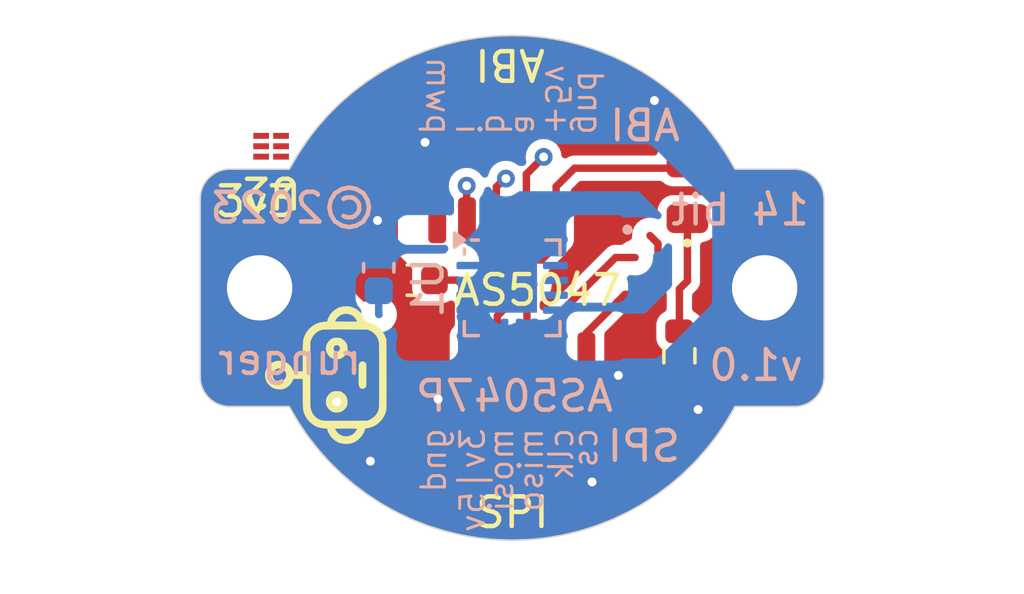
<source format=kicad_pcb>
(kicad_pcb (version 20241229) (generator "pcbnew") (generator_version "9.0")
  (layers (0 "F.Cu" signal) (2 "B.Cu" signal) (13 "F.Paste" user) (15 "B.Paste" user) (5 "F.SilkS" user "F.Silkscreen") (7 "B.SilkS" user "B.Silkscreen") (1 "F.Mask" user) (3 "B.Mask" user) (25 "Edge.Cuts" user))
  (net 0 "")
  (net 1 "GND")
  (net 2 "VCC")
  (net 3 "/nCS")
  (net 4 "/SCK")
  (net 5 "/MISO")
  (net 6 "/MOSI")
  (net 7 "/MGHL")
  (net 8 "Net-(D1-K)")
  (net 9 "/A")
  (net 10 "/B")
  (net 11 "/I")
  (net 14 "Net-(U1-MGL)")
  (net 15 "Net-(U1-MGH)")
  (footprint "MountingHole:MountingHole_2.2mm_M2_ISO7380_Pad" (layer "F.Cu") (at 121 75)
    (property "Reference" "H1")
    (property "Value" "MountingHole_Pad")
    (pad "1" thru_hole circle (at 0 0) (size 3.5 3.5) (drill 2.2) (layers "*.Cu" "*.Mask") (net 1 "GND"))
  )
  (footprint "Connector_JST:JST_SH_SM06B-SRSS-TB_1x06-1MP_P1.00mm_Horizontal" (layer "F.Cu") (at 129.5 79.27)
    (property "Reference" "J1")
    (property "Value" "Conn_01x06_MountingPin")
    (pad "1" smd roundrect (at -2.5 -2) (size 0.6 1.55) (layers "F.Cu" "F.Mask" "F.Paste") (net 1 "GND"))
    (pad "2" smd roundrect (at -1.5 -2) (size 0.6 1.55) (layers "F.Cu" "F.Mask" "F.Paste") (net 2 "VCC"))
    (pad "3" smd roundrect (at -0.5 -2) (size 0.6 1.55) (layers "F.Cu" "F.Mask" "F.Paste") (net 6 "/MOSI"))
    (pad "4" smd roundrect (at 0.5 -2) (size 0.6 1.55) (layers "F.Cu" "F.Mask" "F.Paste") (net 5 "/MISO"))
    (pad "5" smd roundrect (at 1.5 -2) (size 0.6 1.55) (layers "F.Cu" "F.Mask" "F.Paste") (net 4 "/SCK"))
    (pad "6" smd roundrect (at 2.5 -2) (size 0.6 1.55) (layers "F.Cu" "F.Mask" "F.Paste") (net 3 "/nCS"))
    (pad "MP" smd roundrect (at -3.8 1.875) (size 1.2 1.8) (layers "F.Cu" "F.Mask" "F.Paste") (roundrect_rratio 0.2083333333) (net 1 "GND"))
    (pad "MP" smd roundrect (at 3.8 1.875) (size 1.2 1.8) (layers "F.Cu" "F.Mask" "F.Paste") (roundrect_rratio 0.2083333333) (net 1 "GND"))
  )
  (footprint "Resistor_SMD:R_0603_1608Metric" (layer "F.Cu") (at 135.13 77.29 -90)
    (property "Reference" "R1" (hide yes))
    (property "Value" "2k2")
    (fp_line (start -0.237258 0.5225) (end 0.237258 0.5225) (stroke (width 0.12)) (layer "F.SilkS"))
    (fp_line (start -0.237258 -0.5225) (end 0.237258 -0.5225) (stroke (width 0.12)) (layer "F.SilkS"))
    (pad "1" smd roundrect (at -0.825 0 270) (size 0.8 0.95) (layers "F.Cu" "F.Mask" "F.Paste") (net 8 "Net-(D1-K)"))
    (pad "2" smd roundrect (at 0.825 0 270) (size 0.8 0.95) (layers "F.Cu" "F.Mask" "F.Paste") (net 1 "GND"))
  )
  (footprint "LED_SMD:LED_0805_2012Metric" (layer "F.Cu") (at 135.4 71.73 90)
    (property "Reference" "D1" (hide yes))
    (property "Value" "green")
    (pad "1" smd roundrect (at -0.9375 0 90) (size 0.975 1.4) (layers "F.Cu" "F.Mask" "F.Paste") (net 8 "Net-(D1-K)"))
    (pad "2" smd roundrect (at 0.9375 0 90) (size 0.975 1.4) (layers "F.Cu" "F.Mask" "F.Paste") (net 2 "VCC"))
  )
  (footprint "Capacitor_SMD:C_0603_1608Metric" (layer "F.Cu") (at 126.11 74.74)
    (property "Reference" "C1" (hide yes))
    (property "Value" "10uF 10V")
    (fp_line (start -0.14058 -0.51) (end 0.14058 -0.51) (stroke (width 0.12)) (layer "F.SilkS"))
    (fp_line (start -0.14058 0.51) (end 0.14058 0.51) (stroke (width 0.12)) (layer "F.SilkS"))
    (pad "1" smd roundrect (at -0.775 0) (size 0.9 0.95) (layers "F.Cu" "F.Mask" "F.Paste") (net 1 "GND"))
    (pad "2" smd roundrect (at 0.775 0) (size 0.9 0.95) (layers "F.Cu" "F.Mask" "F.Paste") (net 2 "VCC"))
  )
  (footprint "MountingHole:MountingHole_2.2mm_M2_ISO7380_Pad" (layer "F.Cu") (at 138 75)
    (property "Reference" "H2")
    (property "Value" "MountingHole_Pad")
    (pad "1" thru_hole circle (at 0 0) (size 3.5 3.5) (drill 2.2) (layers "*.Cu" "*.Mask") (net 1 "GND"))
  )
  (footprint "runger:DSF6" (layer "F.Cu") (at 121.3866 70.231 180)
    (property "Reference" "U2" (at 0 -1.55 180) (layer "F.SilkS"))
    (property "Value" "74LVC1G97")
    (pad "1" smd rect (at -0.335001 -0.349999 180) (size 0.53 0.2) (layers "F.Cu" "F.Mask") (net 15 "Net-(U1-MGH)"))
    (pad "2" smd rect (at -0.335001 0 180) (size 0.53 0.2) (layers "F.Cu" "F.Mask") (net 1 "GND"))
    (pad "3" smd rect (at -0.335001 0.349999 180) (size 0.53 0.2) (layers "F.Cu" "F.Mask") (net 1 "GND"))
    (pad "4" smd rect (at 0.335001 0.349999 180) (size 0.53 0.2) (layers "F.Cu" "F.Mask") (net 7 "/MGHL"))
    (pad "5" smd rect (at 0.335001 0 180) (size 0.53 0.2) (layers "F.Cu" "F.Mask") (net 2 "VCC"))
    (pad "6" smd rect (at 0.335001 -0.349999 180) (size 0.53 0.2) (layers "F.Cu" "F.Mask") (net 14 "Net-(U1-MGL)"))
  )
  (footprint "PCM_kikit:Tab" (layer "F.Cu") (at 140.39 75.05 180)
    (property "Reference" "T2" (hide yes))
    (property "Value" "Tab")
  )
  (footprint "Connector_JST:JST_SH_SM06B-SRSS-TB_1x06-1MP_P1.00mm_Horizontal" (layer "F.Cu") (at 129.48 70.725 180)
    (property "Reference" "J2" (hide yes))
    (property "Value" "Conn_01x06_MountingPin")
    (pad "1" smd roundrect (at -2.5 -2 180) (size 0.6 1.55) (layers "F.Cu" "F.Mask" "F.Paste") (net 1 "GND"))
    (pad "2" smd roundrect (at -1.5 -2 180) (size 0.6 1.55) (layers "F.Cu" "F.Mask" "F.Paste") (net 2 "VCC"))
    (pad "3" smd roundrect (at -0.5 -2 180) (size 0.6 1.55) (layers "F.Cu" "F.Mask" "F.Paste") (net 9 "/A"))
    (pad "4" smd roundrect (at 0.5 -2 180) (size 0.6 1.55) (layers "F.Cu" "F.Mask" "F.Paste") (net 10 "/B"))
    (pad "5" smd roundrect (at 1.5 -2 180) (size 0.6 1.55) (layers "F.Cu" "F.Mask" "F.Paste") (net 11 "/I"))
    (pad "6" smd roundrect (at 2.5 -2 180) (size 0.6 1.55) (layers "F.Cu" "F.Mask" "F.Paste") (net 7 "/MGHL"))
    (pad "MP" smd roundrect (at -3.8 1.875 180) (size 1.2 1.8) (layers "F.Cu" "F.Mask" "F.Paste") (roundrect_rratio 0.208333) (net 1 "GND"))
    (pad "MP" smd roundrect (at 3.8 1.875 180) (size 1.2 1.8) (layers "F.Cu" "F.Mask" "F.Paste") (roundrect_rratio 0.208333) (net 1 "GND"))
  )
  (footprint "PCM_kikit:Tab" (layer "F.Cu") (at 118.61 75.05)
    (property "Reference" "T1" (hide yes))
    (property "Value" "Tab")
  )
  (footprint "runger:Robo_logo2" (layer "F.Cu") (at 123.23 77.94 90)
    (property "Reference" "L1" (hide yes))
    (property "Value" "Robo_Logo" (hide yes))
    (fp_poly (pts (xy 0.109648 1.108074) (xy 0.181977 1.108995) (xy 0.246828 1.110394) (xy 0.301111 1.112273) (xy 0.34174 1.11463) (xy 0.365625 1.117466) (xy 0.367646 1.117953) (xy 0.411414 1.139753) (xy 0.441917 1.175255) (xy 0.456393 1.220837) (xy 0.4572 1.235368) (xy 0.454299 1.267576) (xy 0.442839 1.293313) (xy 0.42243 1.318409) (xy 0.38766 1.35636) (xy 0.01349 1.358862) (xy -0.086109 1.359423) (xy -0.167411 1.359599) (xy -0.232438 1.359326) (xy -0.283212 1.35854) (xy -0.321753 1.357174) (xy -0.350083 1.355164) (xy -0.370224 1.352446) (xy -0.384195 1.348955) (xy -0.391682 1.34587) (xy -0.427256 1.31781) (xy -0.449564 1.279059) (xy -0.457458 1.23505) (xy -0.449786 1.191222) (xy -0.431147 1.159316) (xy -0.403631 1.135638) (xy -0.3711 1.119007) (xy -0.367647 1.117953) (xy -0.34666 1.115042) (xy -0.308447 1.11261) (xy -0.256096 1.110656) (xy -0.192694 1.109182) (xy -0.121331 1.108186) (xy -0.045094 1.10767) (xy 0.032928 1.107633) (xy 0.109648 1.108074)) (stroke (width 0.01)) (fill yes) (layer "F.SilkS"))
    (fp_poly (pts (xy 0.986438 0.014923) (xy 1.060362 0.044017) (xy 1.127592 0.088719) (xy 1.161498 0.120766) (xy 1.203048 0.170304) (xy 1.230682 0.217184) (xy 1.246804 0.267721) (xy 1.253812 0.328229) (xy 1.254653 0.36576) (xy 1.253911 0.414946) (xy 1.250751 0.450757) (xy 1.243964 0.480101) (xy 1.232341 0.509888) (xy 1.22763 0.520156) (xy 1.185181 0.58825) (xy 1.127574 0.647261) (xy 1.059504 0.692457) (xy 1.054096 0.695163) (xy 0.994477 0.716172) (xy 0.926104 0.727373) (xy 0.857164 0.728111) (xy 0.795845 0.717726) (xy 0.79116 0.716282) (xy 0.717714 0.682449) (xy 0.651949 0.632363) (xy 0.597684 0.569722) (xy 0.558734 0.498223) (xy 0.55447 0.487022) (xy 0.541188 0.427663) (xy 0.538719 0.364108) (xy 0.7874 0.364108) (xy 0.790132 0.400703) (xy 0.800213 0.426279) (xy 0.81224 0.441364) (xy 0.849739 0.468228) (xy 0.893251 0.479195) (xy 0.93707 0.473905) (xy 0.975492 0.451998) (xy 0.975831 0.451693) (xy 1.001822 0.416117) (xy 1.012073 0.374572) (xy 1.007006 0.33252) (xy 0.987043 0.295425) (xy 0.962106 0.273872) (xy 0.915745 0.255793) (xy 0.870018 0.257052) (xy 0.828082 0.277431) (xy 0.82058 0.283646) (xy 0.800035 0.304795) (xy 0.79026 0.325783) (xy 0.787457 0.355817) (xy 0.7874 0.364108) (xy 0.538719 0.364108) (xy 0.53853 0.359264) (xy 0.545973 0.289777) (xy 0.562998 0.227152) (xy 0.572955 0.204665) (xy 0.620513 0.133516) (xy 0.682451 0.076017) (xy 0.756986 0.033504) (xy 0.834304 0.008956) (xy 0.90977 0.002786) (xy 0.986438 0.014923)) (stroke (width 0.01)) (fill yes) (layer "F.SilkS"))
    (fp_poly (pts (xy -0.852964 0.006741) (xy -0.817725 0.011646) (xy -0.784163 0.022321) (xy -0.750304 0.037274) (xy -0.673759 0.083754) (xy -0.612127 0.14399) (xy -0.571847 0.205393) (xy -0.558897 0.231799) (xy -0.55062 0.255572) (xy -0.54599 0.282534) (xy -0.54398 0.318509) (xy -0.54356 0.36576) (xy -0.54392 0.414476) (xy -0.545819 0.448904) (xy -0.550486 0.475073) (xy -0.559149 0.499011) (xy -0.573038 0.526749) (xy -0.578408 0.536712) (xy -0.627833 0.608228) (xy -0.689348 0.664085) (xy -0.761289 0.703224) (xy -0.841998 0.724585) (xy -0.878285 0.728009) (xy -0.922977 0.727777) (xy -0.96726 0.723815) (xy -0.996902 0.718102) (xy -1.071873 0.6867) (xy -1.138466 0.638469) (xy -1.193765 0.576147) (xy -1.234861 0.502475) (xy -1.240146 0.489229) (xy -1.254921 0.428174) (xy -1.257529 0.379922) (xy -1.011775 0.379922) (xy -1.000461 0.419396) (xy -0.976344 0.450614) (xy -0.942976 0.471496) (xy -0.903905 0.479966) (xy -0.862681 0.473947) (xy -0.822855 0.45136) (xy -0.816409 0.445657) (xy -0.792327 0.410916) (xy -0.784475 0.37133) (xy -0.79105 0.331419) (xy -0.810248 0.295701) (xy -0.840265 0.268694) (xy -0.879298 0.254916) (xy -0.892911 0.254037) (xy -0.940383 0.262888) (xy -0.978565 0.287515) (xy -1.003588 0.325192) (xy -1.006738 0.334267) (xy -1.011775 0.379922) (xy -1.257529 0.379922) (xy -1.258686 0.358539) (xy -1.251704 0.288652) (xy -1.234236 0.226841) (xy -1.231721 0.220972) (xy -1.197754 0.164248) (xy -1.14968 0.109757) (xy -1.093386 0.063333) (xy -1.04366 0.034658) (xy -1.004496 0.018692) (xy -0.969085 0.009806) (xy -0.928075 0.006124) (xy -0.89916 0.005634) (xy -0.852964 0.006741)) (stroke (width 0.01)) (fill yes) (layer "F.SilkS"))
    (fp_poly (pts (xy 0.097813 -2.033273) (xy 0.186492 -2.006246) (xy 0.268214 -1.96053) (xy 0.34422 -1.895576) (xy 0.353277 -1.886187) (xy 0.40812 -1.817965) (xy 0.44613 -1.745631) (xy 0.4685 -1.665749) (xy 0.476428 -1.574883) (xy 0.475802 -1.534168) (xy 0.473144 -1.485324) (xy 0.468585 -1.449197) (xy 0.460295 -1.418185) (xy 0.446443 -1.384687) (xy 0.433155 -1.3571) (xy 0.38195 -1.273063) (xy 0.318455 -1.204615) (xy 0.240771 -1.149882) (xy 0.203514 -1.13056) (xy 0.122471 -1.0922) (xy 0.122195 -0.93218) (xy 0.12192 -0.77216) (xy 0.61722 -0.771984) (xy 0.739095 -0.77186) (xy 0.842638 -0.771477) (xy 0.929835 -0.770681) (xy 1.002672 -0.769317) (xy 1.063137 -0.767231) (xy 1.113215 -0.764267) (xy 1.154894 -0.760272) (xy 1.19016 -0.755089) (xy 1.221001 -0.748566) (xy 1.249402 -0.740546) (xy 1.277351 -0.730876) (xy 1.306834 -0.719399) (xy 1.310281 -0.71801) (xy 1.397129 -0.677159) (xy 1.47441 -0.627391) (xy 1.549244 -0.563975) (xy 1.565153 -0.54864) (xy 1.64756 -0.454337) (xy 1.711593 -0.351364) (xy 1.751969 -0.255855) (xy 1.769983 -0.192551) (xy 1.784764 -0.121009) (xy 1.794734 -0.05026) (xy 1.79832 0.009764) (xy 1.799879 0.035382) (xy 1.808524 0.047841) (xy 1.830203 0.05427) (xy 1.83642 0.055422) (xy 1.883138 0.069054) (xy 1.938766 0.093237) (xy 1.997289 0.12473) (xy 2.052698 0.160289) (xy 2.098981 0.196672) (xy 2.100044 0.197632) (xy 2.166196 0.267786) (xy 2.224251 0.349103) (xy 2.269513 0.43461) (xy 2.283777 0.47065) (xy 2.302854 0.544344) (xy 2.313502 0.62867) (xy 2.315313 0.715594) (xy 2.307882 0.797078) (xy 2.301839 0.82804) (xy 2.267383 0.931737) (xy 2.21538 1.028275) (xy 2.148023 1.115306) (xy 2.067506 1.190481) (xy 1.976023 1.251453) (xy 1.875768 1.295873) (xy 1.859849 1.301043) (xy 1.828188 1.312774) (xy 1.805002 1.324939) (xy 1.797128 1.332267) (xy 1.792292 1.348767) (xy 1.786004 1.37906) (xy 1.779571 1.416808) (xy 1.779154 1.419531) (xy 1.752587 1.528373) (xy 1.707662 1.632248) (xy 1.646122 1.729159) (xy 1.569712 1.817109) (xy 1.480174 1.8941) (xy 1.379254 1.958136) (xy 1.268694 2.007217) (xy 1.26492 2.008553) (xy 1.18364 2.03708) (xy 0.0254 2.038938) (xy -0.160295 2.039194) (xy -0.326694 2.039328) (xy -0.474822 2.03933) (xy -0.605704 2.039191) (xy -0.720364 2.0389) (xy -0.819827 2.038449) (xy -0.905117 2.037826) (xy -0.977259 2.037023) (xy -1.037276 2.036031) (xy -1.086194 2.034838) (xy -1.125037 2.033435) (xy -1.15483 2.031814) (xy -1.176596 2.029963) (xy -1.191361 2.027873) (xy -1.1938 2.027374) (xy -1.304486 1.993291) (xy -1.408518 1.942326) (xy -1.503918 1.876537) (xy -1.588705 1.797979) (xy -1.660899 1.708708) (xy -1.718521 1.610779) (xy -1.75959 1.50625) (xy -1.779155 1.419531) (xy -1.78555 1.381502) (xy -1.79189 1.35049) (xy -1.796869 1.332833) (xy -1.797129 1.332267) (xy -1.810012 1.321823) (xy -1.836099 1.309459) (xy -1.85985 1.301043) (xy -1.949042 1.26608) (xy -2.030205 1.217852) (xy -2.108185 1.153335) (xy -2.128746 1.13331) (xy -2.202097 1.048655) (xy -2.25641 0.959996) (xy -2.292558 0.865054) (xy -2.311415 0.76155) (xy -2.313737 0.661106) (xy -2.069701 0.661106) (xy -2.064993 0.741119) (xy -2.064803 0.742151) (xy -2.039303 0.831107) (xy -1.998459 0.908416) (xy -1.952029 0.963925) (xy -1.920202 0.991581) (xy -1.88405 1.017948) (xy -1.848823 1.039695) (xy -1.819771 1.05349) (xy -1.80594 1.056631) (xy -1.804215 1.046846) (xy -1.802626 1.018977) (xy -1.801219 0.975261) (xy -1.80004 0.917932) (xy -1.799134 0.849229) (xy -1.798546 0.771386) (xy -1.798321 0.68664) (xy -1.79832 0.68072) (xy -1.798462 0.595587) (xy -1.798863 0.517207) (xy -1.799493 0.447814) (xy -1.80032 0.389645) (xy -1.800338 0.388824) (xy -1.54274 0.388824) (xy -1.542529 0.535018) (xy -1.542104 0.666108) (xy -1.53924 1.397) (xy -1.515308 1.456336) (xy -1.467107 1.550437) (xy -1.404381 1.631517) (xy -1.328757 1.698202) (xy -1.241861 1.749117) (xy -1.14532 1.782889) (xy -1.12268 1.787936) (xy -1.10573 1.789301) (xy -1.070106 1.790558) (xy -1.017456 1.791708) (xy -0.949427 1.792749) (xy -0.867665 1.793681) (xy -0.773818 1.794502) (xy -0.669531 1.795214) (xy -0.556453 1.795814) (xy -0.436228 1.796302) (xy -0.310505 1.796677) (xy -0.180931 1.79694) (xy -0.049151 1.797088) (xy 0.083187 1.797122) (xy 0.214437 1.797041) (xy 0.342951 1.796844) (xy 0.467084 1.79653) (xy 0.585187 1.796099) (xy 0.695615 1.79555) (xy 0.796721 1.794883) (xy 0.886857 1.794096) (xy 0.964377 1.793189) (xy 1.027635 1.792162) (xy 1.074983 1.791014) (xy 1.104775 1.789744) (xy 1.114014 1.788839) (xy 1.21477 1.759864) (xy 1.305507 1.713636) (xy 1.384854 1.651291) (xy 1.451441 1.573965) (xy 1.503899 1.482793) (xy 1.515307 1.456336) (xy 1.53924 1.397) (xy 1.542068 0.674918) (xy 1.79832 0.674918) (xy 1.79832 1.058009) (xy 1.82118 1.051365) (xy 1.841503 1.042282) (xy 1.871333 1.025356) (xy 1.898977 1.007702) (xy 1.964323 0.952274) (xy 2.014104 0.88628) (xy 2.048092 0.812482) (xy 2.06606 0.733646) (xy 2.06778 0.652533) (xy 2.053025 0.571909) (xy 2.021565 0.494536) (xy 1.973174 0.423177) (xy 1.949301 0.397211) (xy 1.923071 0.374374) (xy 1.890114 0.35027) (xy 1.855868 0.328353) (xy 1.82577 0.312075) (xy 1.80526 0.304887) (xy 1.803737 0.3048) (xy 1.802511 0.314587) (xy 1.801383 0.34246) (xy 1.800383 0.386185) (xy 1.799545 0.443528) (xy 1.7989 0.512253) (xy 1.798481 0.590128) (xy 1.79832 0.674918) (xy 1.542068 0.674918) (xy 1.542103 0.666108) (xy 1.542599 0.497897) (xy 1.54269 0.349966) (xy 1.542376 0.22228) (xy 1.541655 0.114804) (xy 1.540528 0.027501) (xy 1.538994 -0.039662) (xy 1.537053 -0.086723) (xy 1.534705 -0.113716) (xy 1.534153 -0.116872) (xy 1.505381 -0.206853) (xy 1.458852 -0.290619) (xy 1.396771 -0.365731) (xy 1.321347 -0.429749) (xy 1.234787 -0.480235) (xy 1.187567 -0.499805) (xy 1.12268 -0.52324) (xy 0.06096 -0.52619) (xy -0.121935 -0.526594) (xy -0.291295 -0.526757) (xy -0.446409 -0.526683) (xy -0.586564 -0.526377) (xy -0.71105 -0.525842) (xy -0.819155 -0.525084) (xy -0.910166 -0.524108) (xy -0.983372 -0.522917) (xy -1.038061 -0.521516) (xy -1.073521 -0.519909) (xy -1.084301 -0.518973) (xy -1.179842 -0.499897) (xy -1.264409 -0.466246) (xy -1.342058 -0.415999) (xy -1.405094 -0.359298) (xy -1.448956 -0.305335) (xy -1.488414 -0.239423) (xy -1.518989 -0.169931) (xy -1.533737 -0.11888) (xy -1.536183 -0.098098) (xy -1.538233 -0.060901) (xy -1.539893 -0.006788) (xy -1.541168 0.06474) (xy -1.542064 0.154185) (xy -1.542586 0.262046) (xy -1.54274 0.388824) (xy -1.800338 0.388824) (xy -1.80131 0.344937) (xy -1.802432 0.315925) (xy -1.803653 0.304846) (xy -1.803738 0.3048) (xy -1.815097 0.30903) (xy -1.838533 0.319909) (xy -1.858339 0.329722) (xy -1.925864 0.37472) (xy -1.982583 0.433994) (xy -2.026675 0.503907) (xy -2.056322 0.580823) (xy -2.069701 0.661106) (xy -2.313737 0.661106) (xy -2.313989 0.65024) (xy -2.300325 0.536454) (xy -2.269047 0.432407) (xy -2.219626 0.336961) (xy -2.151529 0.248981) (xy -2.104251 0.201827) (xy -2.055759 0.162847) (xy -1.998681 0.125465) (xy -1.938894 0.092906) (xy -1.882278 0.068396) (xy -1.837853 0.055691) (xy -1.801186 0.049076) (xy -1.794474 -0.038236) (xy -1.781416 -0.144723) (xy -1.758995 -0.238269) (xy -1.727587 -0.320816) (xy -1.668331 -0.427322) (xy -1.592792 -0.523024) (xy -1.502942 -0.606046) (xy -1.400753 -0.674511) (xy -1.310282 -0.71801) (xy -1.280506 -0.729696) (xy -1.252485 -0.739559) (xy -1.224232 -0.747754) (xy -1.19376 -0.754436) (xy -1.159082 -0.759759) (xy -1.118211 -0.763878) (xy -1.069161 -0.766948) (xy -1.009945 -0.769124) (xy -0.938576 -0.77056) (xy -0.853068 -0.771412) (xy -0.751434 -0.771833) (xy -0.631687 -0.771978) (xy -0.61722 -0.771984) (xy -0.12192 -0.77216) (xy -0.122472 -1.0922) (xy -0.203515 -1.13056) (xy -0.287715 -1.1801) (xy -0.356929 -1.242569) (xy -0.413057 -1.31984) (xy -0.433156 -1.3571) (xy -0.451754 -1.39651) (xy -0.463563 -1.428344) (xy -0.470417 -1.460207) (xy -0.474144 -1.499698) (xy -0.475803 -1.534168) (xy -0.47547 -1.54385) (xy -0.232207 -1.54385) (xy -0.226704 -1.511201) (xy -0.212015 -1.473437) (xy -0.210775 -1.470716) (xy -0.173627 -1.411857) (xy -0.1245 -1.368254) (xy -0.06612 -1.341137) (xy -0.001214 -1.331737) (xy 0.067493 -1.341287) (xy 0.072558 -1.342752) (xy 0.124102 -1.367849) (xy 0.170263 -1.408459) (xy 0.20593 -1.459777) (xy 0.213119 -1.474894) (xy 0.230063 -1.538334) (xy 0.228163 -1.602024) (xy 0.20856 -1.662537) (xy 0.172395 -1.716447) (xy 0.120809 -1.760327) (xy 0.117368 -1.762492) (xy 0.085246 -1.780217) (xy 0.056158 -1.789549) (xy 0.020627 -1.792969) (xy 0 -1.79324) (xy -0.041527 -1.791671) (xy -0.072343 -1.785309) (xy -0.101926 -1.77167) (xy -0.117369 -1.762492) (xy -0.170455 -1.718251) (xy -0.208183 -1.661915) (xy -0.228624 -1.596556) (xy -0.230486 -1.5825) (xy -0.232207 -1.54385) (xy -0.47547 -1.54385) (xy -0.472336 -1.634808) (xy -0.452825 -1.724048) (xy -0.416505 -1.803885) (xy -0.362609 -1.876319) (xy -0.332953 -1.906526) (xy -0.257649 -1.967521) (xy -0.179661 -2.009557) (xy -0.095663 -2.033983) (xy -0.002332 -2.042152) (xy 0.000938 -2.042161) (xy 0.097813 -2.033273)) (stroke (width 0.01)) (fill yes) (layer "F.SilkS"))
  )
  (footprint "Capacitor_SMD:C_0603_1608Metric" (layer "B.Cu") (at 125.01 74.325 -90)
    (property "Reference" "C2" (hide yes))
    (property "Value" "100nF 10V")
    (fp_line (start -0.14058 0.51) (end 0.14058 0.51) (stroke (width 0.12)) (layer "B.SilkS"))
    (fp_line (start -0.14058 -0.51) (end 0.14058 -0.51) (stroke (width 0.12)) (layer "B.SilkS"))
    (pad "1" smd roundrect (at -0.775 0 270) (size 0.9 0.95) (layers "B.Cu" "B.Mask" "B.Paste") (net 1 "GND"))
    (pad "2" smd roundrect (at 0.775 0 270) (size 0.9 0.95) (layers "B.Cu" "B.Mask" "B.Paste") (net 2 "VCC"))
  )
  (footprint "Package_DFN_QFN:QFN-16-1EP_3x3mm_P0.5mm_EP1.675x1.675mm" (layer "B.Cu") (at 129.5 75 -90)
    (property "Reference" "U1" (at 0 2.83 90) (layer "B.SilkS") (effects (justify mirror)))
    (property "Value" "KTH7812-X-X-QFN16-L")
    (fp_line (start -1.135 1.61) (end -1.31 1.61) (stroke (width 0.12)) (layer "B.SilkS"))
    (fp_line (start 1.135 1.61) (end 1.61 1.61) (stroke (width 0.12)) (layer "B.SilkS"))
    (fp_line (start 1.61 1.61) (end 1.61 1.135) (stroke (width 0.12)) (layer "B.SilkS"))
    (fp_line (start -1.61 1.135) (end -1.61 1.37) (stroke (width 0.12)) (layer "B.SilkS"))
    (fp_line (start -1.61 -1.61) (end -1.61 -1.135) (stroke (width 0.12)) (layer "B.SilkS"))
    (fp_line (start -1.135 -1.61) (end -1.61 -1.61) (stroke (width 0.12)) (layer "B.SilkS"))
    (fp_line (start 1.135 -1.61) (end 1.61 -1.61) (stroke (width 0.12)) (layer "B.SilkS"))
    (fp_line (start 1.61 -1.61) (end 1.61 -1.135) (stroke (width 0.12)) (layer "B.SilkS"))
    (fp_poly (pts (xy -1.61 1.61) (xy -1.85 1.94) (xy -1.37 1.94)) (stroke (width 0.12)) (fill yes) (layer "B.SilkS"))
    (pad "1" smd roundrect (at -1.45625 0.75 270) (size 0.8375 0.25) (layers "B.Cu" "B.Mask" "B.Paste"))
    (pad "2" smd roundrect (at -1.45625 0.25 270) (size 0.8375 0.25) (layers "B.Cu" "B.Mask" "B.Paste") (net 9 "/A"))
    (pad "3" smd roundrect (at -1.45625 -0.25 270) (size 0.8375 0.25) (layers "B.Cu" "B.Mask" "B.Paste") (net 11 "/I"))
    (pad "4" smd roundrect (at -1.45625 -0.75 270) (size 0.8375 0.25) (layers "B.Cu" "B.Mask" "B.Paste") (net 6 "/MOSI"))
    (pad "5" smd roundrect (at -0.75 -1.45625 270) (size 0.25 0.8375) (layers "B.Cu" "B.Mask" "B.Paste") (net 3 "/nCS"))
    (pad "6" smd roundrect (at -0.25 -1.45625 270) (size 0.25 0.8375) (layers "B.Cu" "B.Mask" "B.Paste") (net 10 "/B"))
    (pad "7" smd roundrect (at 0.25 -1.45625 270) (size 0.25 0.8375) (layers "B.Cu" "B.Mask" "B.Paste") (net 5 "/MISO"))
    (pad "8" smd roundrect (at 0.75 -1.45625 270) (size 0.25 0.8375) (layers "B.Cu" "B.Mask" "B.Paste") (net 1 "GND"))
    (pad "9" smd roundrect (at 1.45625 -0.75 270) (size 0.8375 0.25) (layers "B.Cu" "B.Mask" "B.Paste"))
    (pad "10" smd roundrect (at 1.45625 -0.25 270) (size 0.8375 0.25) (layers "B.Cu" "B.Mask" "B.Paste") (net 1 "GND"))
    (pad "11" smd roundrect (at 1.45625 0.25 270) (size 0.8375 0.25) (layers "B.Cu" "B.Mask" "B.Paste") (net 14 "Net-(U1-MGL)"))
    (pad "12" smd roundrect (at 1.45625 0.75 270) (size 0.8375 0.25) (layers "B.Cu" "B.Mask" "B.Paste") (net 4 "/SCK"))
    (pad "13" smd roundrect (at 0.75 1.45625 270) (size 0.25 0.8375) (layers "B.Cu" "B.Mask" "B.Paste") (net 2 "VCC"))
    (pad "14" smd roundrect (at 0.25 1.45625 270) (size 0.25 0.8375) (layers "B.Cu" "B.Mask" "B.Paste"))
    (pad "15" smd roundrect (at -0.25 1.45625 270) (size 0.25 0.8375) (layers "B.Cu" "B.Mask" "B.Paste"))
    (pad "16" smd roundrect (at -0.75 1.45625 270) (size 0.25 0.8375) (layers "B.Cu" "B.Mask" "B.Paste") (net 15 "Net-(U1-MGH)"))
    (pad "17" smd rect (at 0 0 270) (size 1.675 1.675) (property pad_prop_heatsink) (layers "B.Cu" "B.Mask"))
  )
  (gr_circle (center 135.4 73.49) (end 135.492195 73.49) (stroke (width 0.12)) (fill yes) (layer "F.SilkS"))
  (gr_circle (center 133.38 73.04) (end 133.493137 73.04) (stroke (width 0.12)) (fill yes) (layer "B.SilkS"))
  (gr_arc (start 140 78) (mid 139.707107 78.707107) (end 139 79) (stroke (width 0.05)) (layer "Edge.Cuts"))
  (gr_arc (start 139 71) (mid 139.707107 71.292893) (end 140 72) (stroke (width 0.05)) (layer "Edge.Cuts"))
  (gr_arc (start 120 79) (mid 119.292893 78.707107) (end 119 78) (stroke (width 0.05)) (layer "Edge.Cuts"))
  (gr_arc (start 119 72) (mid 119.292893 71.292893) (end 120 71) (stroke (width 0.05)) (layer "Edge.Cuts"))
  (gr_line (start 120 79) (end 122 79) (stroke (width 0.05)) (layer "Edge.Cuts"))
  (gr_line (start 119 72) (end 119 78) (stroke (width 0.05)) (layer "Edge.Cuts"))
  (gr_line (start 122.000001 71.000001) (end 120 71) (stroke (width 0.05)) (layer "Edge.Cuts"))
  (gr_line (start 139 79) (end 136.999999 79.000001) (stroke (width 0.05)) (layer "Edge.Cuts"))
  (gr_line (start 140 72) (end 140 78) (stroke (width 0.05)) (layer "Edge.Cuts"))
  (gr_line (start 136.999999 71) (end 139 71) (stroke (width 0.05)) (layer "Edge.Cuts"))
  (gr_arc (start 136.999999 79.000001) (mid 129.499999 83.5) (end 122 78.999999) (stroke (width 0.05)) (layer "Edge.Cuts"))
  (gr_arc (start 122.000001 71.000001) (mid 129.5 66.500001) (end 136.999999 71) (stroke (width 0.05)) (layer "Edge.Cuts"))
  (gr_text "3v3" (at 120.89 72.09 0) (layer "F.SilkS") (effects (font (size 1 1))))
  (gr_text "SPI" (at 129.51 82.57 0) (layer "F.SilkS") (effects (font (size 1 1))))
  (gr_text "AS5047" (at 130.36 75.08 0) (layer "F.SilkS") (effects (font (size 1 1))))
  (gr_text "ABI" (at 129.43 67.48 180) (layer "F.SilkS") (effects (font (size 1 1))))
  (gr_text "cs" (at 131.96 79.66 90) (layer "B.SilkS") (effects (font (size 0.8 0.8) (thickness 0.1)) (justify left mirror)))
  (gr_text "gnd" (at 126.86 79.66 90) (layer "B.SilkS") (effects (font (size 0.8 0.8) (thickness 0.1)) (justify left mirror)))
  (gr_text "3v|5v" (at 128.17 79.66 90) (layer "B.SilkS") (effects (font (size 0.8 0.8) (thickness 0.1)) (justify left mirror)))
  (gr_text "clk" (at 131.15 79.66 90) (layer "B.SilkS") (effects (font (size 0.8 0.8) (thickness 0.1)) (justify left mirror)))
  (gr_text "miso" (at 130.13 79.66 90) (layer "B.SilkS") (effects (font (size 0.8 0.8) (thickness 0.1)) (justify left mirror)))
  (gr_text "AS5047P" (at 129.575 78.65 0) (layer "B.SilkS") (effects (font (size 1 1)) (justify mirror)))
  (gr_text "mosi" (at 129.13 79.66 90) (layer "B.SilkS") (effects (font (size 0.8 0.8) (thickness 0.1)) (justify left mirror)))
  (gr_text "©2023" (at 122.11 72.31 0) (layer "B.SilkS") (effects (font (size 1 1)) (justify mirror)))
  (gr_text "runger" (at 122.01 77.41 0) (layer "B.SilkS") (effects (font (size 1 1)) (justify mirror)))
  (gr_text "SPI" (at 133.935 80.335 0) (layer "B.SilkS") (effects (font (size 1 1)) (justify mirror)))
  (gr_text "v1.0" (at 137.71 77.61 0) (layer "B.SilkS") (effects (font (size 1 1)) (justify mirror)))
  (gr_text "i" (at 128.02 69.91 270) (layer "B.SilkS") (effects (font (size 0.8 0.8) (thickness 0.1)) (justify left mirror)))
  (gr_text "pwm" (at 127.02 69.91 270) (layer "B.SilkS") (effects (font (size 0.8 0.8) (thickness 0.1)) (justify left mirror)))
  (gr_text "a" (at 130.02 69.91 270) (layer "B.SilkS") (effects (font (size 0.8 0.8) (thickness 0.1)) (justify left mirror)))
  (gr_text "14 bit" (at 137.175 72.375 0) (layer "B.SilkS") (effects (font (size 1 1)) (justify mirror)))
  (gr_text "gnd" (at 132.12 69.91 -90) (layer "B.SilkS") (effects (font (size 0.8 0.8) (thickness 0.1)) (justify left mirror)))
  (gr_text "+5v" (at 131.02 69.91 -90) (layer "B.SilkS") (effects (font (size 0.8 0.8) (thickness 0.1)) (justify left mirror)))
  (gr_text "ABI" (at 133.97 69.54 0) (layer "B.SilkS") (effects (font (size 1 1)) (justify mirror)))
  (gr_text "b" (at 129.02 69.91 270) (layer "B.SilkS") (effects (font (size 0.8 0.8) (thickness 0.1)) (justify left mirror)))
  (segment (start 135.13 78.115) (end 135.13 78.84) (width 0.25) (layer "F.Cu") (net 1))
  (segment (start 125.335 74.74) (end 125.335 73.095) (width 0.25) (layer "F.Cu") (net 1))
  (segment (start 127.01 78.75) (end 127.01 77.28) (width 0.25) (layer "F.Cu") (net 1))
  (segment (start 125.7 81.145) (end 125.035 81.145) (width 0.25) (layer "F.Cu") (net 1))
  (segment (start 135.13 78.84) (end 135.39 79.1) (width 0.25) (layer "F.Cu") (net 1))
  (segment (start 126.57 69.74) (end 126.57 70.1) (width 0.25) (layer "F.Cu") (net 1))
  (segment (start 125.035 81.145) (end 124.73 80.84) (width 0.25) (layer "F.Cu") (net 1))
  (segment (start 134.13 68.85) (end 134.29 68.69) (width 0.25) (layer "F.Cu") (net 1))
  (segment (start 135.39 79.1) (end 135.76 79.1) (width 0.25) (layer "F.Cu") (net 1))
  (segment (start 132.585 81.145) (end 132.19 81.54) (width 0.25) (layer "F.Cu") (net 1))
  (segment (start 133.28 68.85) (end 134.13 68.85) (width 0.25) (layer "F.Cu") (net 1))
  (segment (start 131.98 72.725) (end 132.855 72.725) (width 0.25) (layer "F.Cu") (net 1))
  (segment (start 125.68 68.85) (end 126.57 69.74) (width 0.25) (layer "F.Cu") (net 1))
  (segment (start 133.3 81.145) (end 132.585 81.145) (width 0.25) (layer "F.Cu") (net 1))
  (segment (start 121 75) (end 121.41 74.59) (width 0.25) (layer "F.Cu") (net 1))
  (segment (start 125.335 73.095) (end 124.97 72.73) (width 0.25) (layer "F.Cu") (net 1))
  (segment (start 132.855 72.725) (end 133.4 72.18) (width 0.25) (layer "F.Cu") (net 1))
  (segment (start 127.01 77.28) (end 127 77.27) (width 0.25) (layer "F.Cu") (net 1))
  (via (at 132.19 81.54) (size 0.6) (drill 0.3) (layers "F.Cu" "B.Cu") (net 1))
  (via (at 133.075 77.95) (size 0.6) (drill 0.3) (layers "F.Cu" "B.Cu") (net 1))
  (via (at 124.73 80.84) (size 0.6) (drill 0.3) (layers "F.Cu" "B.Cu") (net 1))
  (via (at 127.01 78.75) (size 0.6) (drill 0.3) (layers "F.Cu" "B.Cu") (net 1))
  (via (at 123.6 78.84) (size 0.6) (drill 0.3) (layers "F.Cu" "B.Cu") (net 1))
  (via (at 124.97 72.73) (size 0.6) (drill 0.3) (layers "F.Cu" "B.Cu") (net 1))
  (via (at 135.76 79.1) (size 0.6) (drill 0.3) (layers "F.Cu" "B.Cu") (net 1))
  (via (at 134.29 68.69) (size 0.6) (drill 0.3) (layers "F.Cu" "B.Cu") (net 1))
  (via (at 126.57 70.1) (size 0.6) (drill 0.3) (layers "F.Cu" "B.Cu") (net 1))
  (segment (start 124.97 73.51) (end 125.01 73.55) (width 0.25) (layer "B.Cu") (net 1))
  (segment (start 124.97 72.73) (end 124.97 73.51) (width 0.25) (layer "B.Cu") (net 1))
  (segment (start 126.885 74.74) (end 127.66 74.74) (width 0.25) (layer "F.Cu") (net 2))
  (segment (start 131.6 70.97) (end 135.2225 70.97) (width 0.25) (layer "F.Cu") (net 2))
  (segment (start 130.98 72.725) (end 130.98 71.59) (width 0.25) (layer "F.Cu") (net 2))
  (segment (start 130.98 73.57) (end 130.49 74.06) (width 0.25) (layer "F.Cu") (net 2))
  (segment (start 128 75.08) (end 128 77.27) (width 0.25) (layer "F.Cu") (net 2))
  (segment (start 127.66 74.74) (end 128 75.08) (width 0.25) (layer "F.Cu") (net 2))
  (segment (start 130.49 74.06) (end 129.02 74.06) (width 0.25) (layer "F.Cu") (net 2))
  (segment (start 129.02 74.06) (end 128 75.08) (width 0.25) (layer "F.Cu") (net 2))
  (segment (start 135.2225 70.97) (end 135.4 70.7925) (width 0.25) (layer "F.Cu") (net 2))
  (segment (start 130.98 72.725) (end 130.98 73.57) (width 0.25) (layer "F.Cu") (net 2))
  (segment (start 130.98 71.59) (end 131.6 70.97) (width 0.25) (layer "F.Cu") (net 2))
  (segment (start 125.01 75.1) (end 125.01 75.890002) (width 0.25) (layer "B.Cu") (net 2))
  (segment (start 125.01 75.890002) (end 125.019998 75.9) (width 0.25) (layer "B.Cu") (net 2))
  (segment (start 134.41 73.51) (end 134.14 73.24) (width 0.25) (layer "F.Cu") (net 3))
  (segment (start 133.79 75.22) (end 134.41 74.6) (width 0.25) (layer "F.Cu") (net 3))
  (segment (start 132 76.52) (end 133.3 75.22) (width 0.25) (layer "F.Cu") (net 3))
  (segment (start 132 77.27) (end 132 76.52) (width 0.25) (layer "F.Cu") (net 3))
  (segment (start 133.3 75.22) (end 133.79 75.22) (width 0.25) (layer "F.Cu") (net 3))
  (segment (start 134.41 74.6) (end 134.41 73.51) (width 0.25) (layer "F.Cu") (net 3))
  (segment (start 131 77.27) (end 131 75.95998) (width 0.25) (layer "F.Cu") (net 4))
  (segment (start 132.97998 73.98) (end 133.64 73.98) (width 0.25) (layer "F.Cu") (net 4))
  (segment (start 131 75.95998) (end 132.97998 73.98) (width 0.25) (layer "F.Cu") (net 4))
  (segment (start 130 77.27) (end 130 75.12) (width 0.25) (layer "F.Cu") (net 5))
  (segment (start 130 75.12) (end 130.23 74.89) (width 0.25) (layer "F.Cu") (net 5))
  (segment (start 129.3 75.65) (end 129 75.95) (width 0.25) (layer "F.Cu") (net 6))
  (segment (start 129 75.95) (end 129 77.27) (width 0.25) (layer "F.Cu") (net 6))
  (segment (start 135.13 76.465) (end 135.13 75.04) (width 0.25) (layer "F.Cu") (net 8))
  (segment (start 135.4 74.77) (end 135.4 72.6675) (width 0.25) (layer "F.Cu") (net 8))
  (segment (start 135.13 75.04) (end 135.4 74.77) (width 0.25) (layer "F.Cu") (net 8))
  (segment (start 130.56 70.59) (end 129.98 71.17) (width 0.25) (layer "F.Cu") (net 9))
  (segment (start 129.98 71.17) (end 129.98 72.725) (width 0.25) (layer "F.Cu") (net 9))
  (via (at 130.56 70.59) (size 0.6) (drill 0.3) (layers "F.Cu" "B.Cu") (net 9))
  (segment (start 129.29 71.32) (end 129.25 71.32) (width 0.25) (layer "F.Cu") (net 10))
  (segment (start 128.97 71.6) (end 128.97 72.715) (width 0.25) (layer "F.Cu") (net 10))
  (segment (start 128.97 72.715) (end 128.98 72.725) (width 0.25) (layer "F.Cu") (net 10))
  (segment (start 129.25 71.32) (end 128.97 71.6) (width 0.25) (layer "F.Cu") (net 10))
  (via (at 129.29 71.32) (size 0.6) (drill 0.3) (layers "F.Cu" "B.Cu") (net 10))
  (segment (start 127.97 72.715) (end 127.98 72.725) (width 0.25) (layer "F.Cu") (net 11))
  (segment (start 127.97 71.56) (end 127.97 72.715) (width 0.25) (layer "F.Cu") (net 11))
  (via (at 127.97 71.56) (size 0.6) (drill 0.3) (layers "F.Cu" "B.Cu") (net 11))
  (zone (net 1) (net_name "GND") (layer "F.Cu") (connect_pads yes (clearance 0.3)) (min_thickness 0.25) (fill yes (thermal_gap 0.508) (thermal_bridge_width 0.508))
    (polygon (pts (xy 140.02 83.57) (xy 119.02 83.57) (xy 119.02 66.52) (xy 140.02 66.52)))
  )
  (zone (net 1) (net_name "GND") (layer "B.Cu") (connect_pads yes (clearance 0.3)) (min_thickness 0.25) (fill yes (thermal_gap 0.508) (thermal_bridge_width 0.508))
    (polygon (pts (xy 140.02 83.57) (xy 119.02 83.57) (xy 119.02 66.52) (xy 140.02 66.52)))
  )
)
</source>
